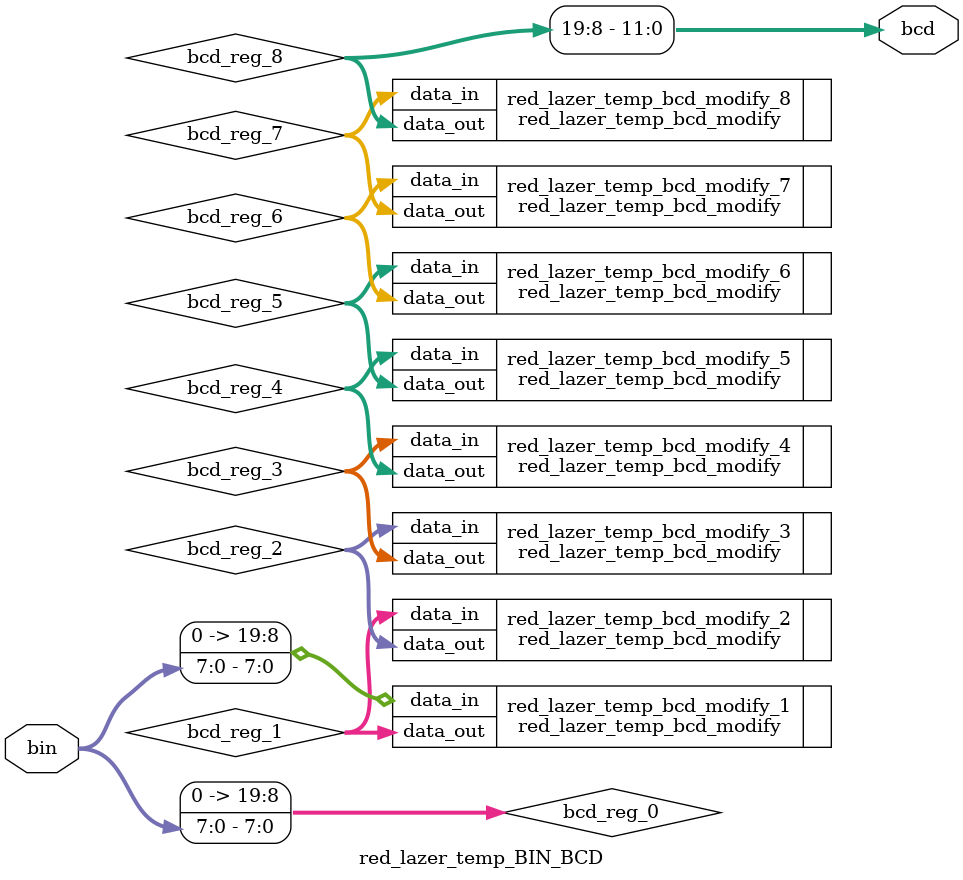
<source format=v>
`timescale 1ns / 1ps
module red_lazer_temp_BIN_BCD(
	input [7:0] bin,
	output [11:0] bcd
    );

	wire [19:0] bcd_reg_0,bcd_reg_1,bcd_reg_2,bcd_reg_3,bcd_reg_4,bcd_reg_5,bcd_reg_6,bcd_reg_7,bcd_reg_8;
	
	assign bcd_reg_0 = {12'b000000000000,bin};
	
	
	red_lazer_temp_bcd_modify red_lazer_temp_bcd_modify_1(
	.data_in(bcd_reg_0),
	.data_out(bcd_reg_1) 
    );
	
	red_lazer_temp_bcd_modify red_lazer_temp_bcd_modify_2(
	.data_in(bcd_reg_1),
	.data_out(bcd_reg_2) 
    );
	
	red_lazer_temp_bcd_modify red_lazer_temp_bcd_modify_3(
	.data_in(bcd_reg_2),
	.data_out(bcd_reg_3) 
    );
	
	red_lazer_temp_bcd_modify red_lazer_temp_bcd_modify_4(
	.data_in(bcd_reg_3),
	.data_out(bcd_reg_4) 
    );
	
	red_lazer_temp_bcd_modify red_lazer_temp_bcd_modify_5(
	.data_in(bcd_reg_4),
	.data_out(bcd_reg_5) 
    );
	
	red_lazer_temp_bcd_modify red_lazer_temp_bcd_modify_6(
	.data_in(bcd_reg_5),
	.data_out(bcd_reg_6) 
    );
	
	red_lazer_temp_bcd_modify red_lazer_temp_bcd_modify_7(
	.data_in(bcd_reg_6),
	.data_out(bcd_reg_7) 
    );
	
	red_lazer_temp_bcd_modify red_lazer_temp_bcd_modify_8(
	.data_in(bcd_reg_7),
	.data_out(bcd_reg_8) 
    );
	
	assign bcd = {bcd_reg_8[19:8]};
	


endmodule

</source>
